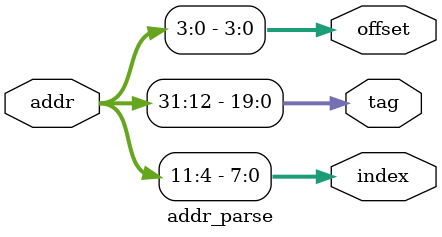
<source format=v>
module addr_parse #
    (
        parameter BYTES_PER_LINE = 16,
        parameter NUM_LINE = 256,

        parameter OFFSET_WIDTH = $clog2(BYTES_PER_LINE),
        parameter INDEX_WIDTH = $clog2(NUM_LINE),
        parameter TAG_WIDTH = 32 - OFFSET_WIDTH - INDEX_WIDTH
    )
    (
        input [31:0] addr,
        output [INDEX_WIDTH-1:0] index,
        output [TAG_WIDTH-1:0] tag,
        output [OFFSET_WIDTH-1:0] offset
    );
    assign index = addr[(31-TAG_WIDTH)-:INDEX_WIDTH];
    assign tag = addr[31-:TAG_WIDTH];
    assign offset = addr[0+:OFFSET_WIDTH];
endmodule

</source>
